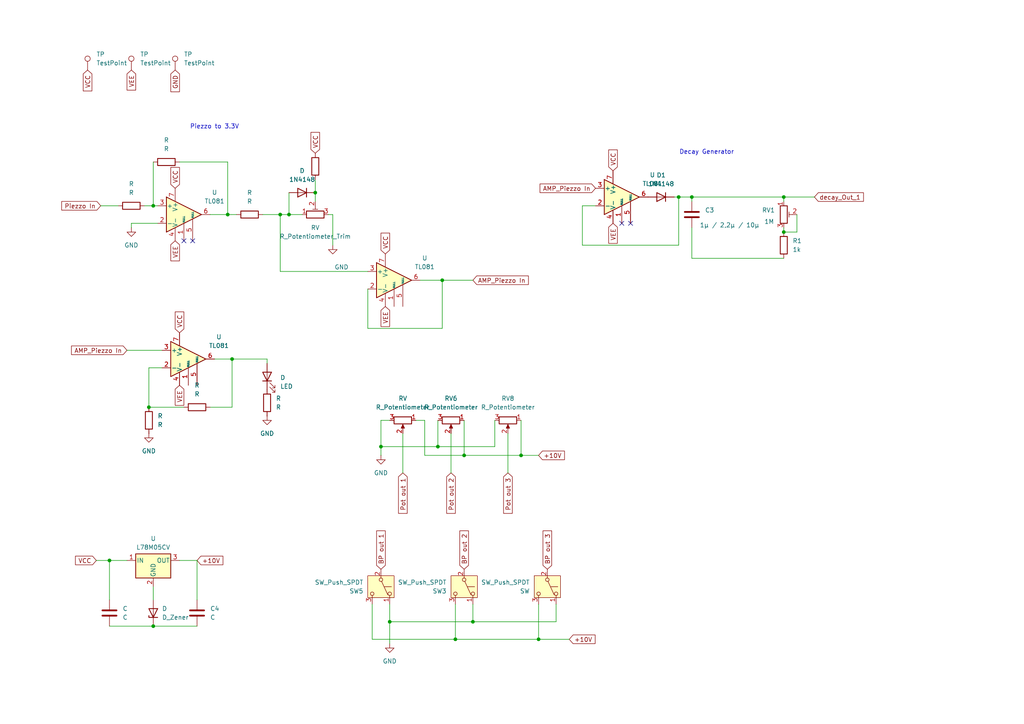
<source format=kicad_sch>
(kicad_sch (version 20250114) (generator "eeschema") (generator_version "9.0")
  (paper "A4")
  (lib_symbols
    (symbol "Amplifier_Operational:TL081" (pin_names (offset 0.127))
      (property "Reference" "U" (at 0 6.35 0))
      (property "Value" "TL081" (at 0 3.81 0))
      (symbol "TL081_0_1"
        (polyline (pts (xy -5.08 5.08) (xy 5.08 0) (xy -5.08 -5.08) (xy -5.08 5.08)) (stroke (width 0.254)) (fill (type background)))
      )
      (symbol "TL081_1_1"
        (pin input line (at -7.62 2.54 0) (length 2.54) (name "+") (number "3"))
        (pin input line (at -7.62 -2.54 0) (length 2.54) (name "-") (number "2"))
        (pin power_in line (at -2.54 7.62 270) (length 3.81) (name "V+") (number "7"))
        (pin power_in line (at -2.54 -7.62 90) (length 3.81) (name "V-") (number "4"))
        (pin no_connect line (at 0 2.54 270) (length 2.54) (hide yes) (name "NC") (number "8"))
        (pin input line (at 0 -7.62 90) (length 5.08) (name "NULL") (number "1"))
        (pin input line (at 2.54 -7.62 90) (length 6.35) (name "NULL") (number "5"))
        (pin output line (at 7.62 0 180) (length 2.54) (name "~") (number "6"))
      )
    )
    (symbol "Connector:TestPoint" (pin_numbers (hide yes)) (pin_names (offset 0.762) (hide yes))
      (property "Reference" "TP" (at 0 6.858 0))
      (property "Value" "TestPoint" (at 0 5.08 0))
      (symbol "TestPoint_0_1"
        (circle (center 0 3.302) (radius 0.762))
      )
      (symbol "TestPoint_1_1"
        (pin passive line (at 0 0 90) (length 2.54) (name "1") (number "1"))
      )
    )
    (symbol "Device:C" (pin_numbers (hide yes)) (pin_names (offset 0.254))
      (property "Reference" "C" (at 0.635 2.54 0))
      (property "Value" "C" (at 0.635 -2.54 0))
      (symbol "C_0_1"
        (polyline (pts (xy -2.032 0.762) (xy 2.032 0.762)) (stroke (width 0.508)))
        (polyline (pts (xy -2.032 -0.762) (xy 2.032 -0.762)) (stroke (width 0.508)))
      )
      (symbol "C_1_1"
        (pin passive line (at 0 3.81 270) (length 2.794) (name "~") (number "1"))
        (pin passive line (at 0 -3.81 90) (length 2.794) (name "~") (number "2"))
      )
    )
    (symbol "Device:D_Zener" (pin_numbers (hide yes)) (pin_names (offset 1.016) (hide yes))
      (property "Reference" "D" (at 0 2.54 0))
      (property "Value" "D_Zener" (at 0 -2.54 0))
      (symbol "D_Zener_0_1"
        (polyline (pts (xy -1.27 -1.27) (xy -1.27 1.27) (xy -0.762 1.27)) (stroke (width 0.254)))
        (polyline (pts (xy 1.27 0) (xy -1.27 0)))
        (polyline (pts (xy 1.27 -1.27) (xy 1.27 1.27) (xy -1.27 0) (xy 1.27 -1.27)) (stroke (width 0.254)))
      )
      (symbol "D_Zener_1_1"
        (pin passive line (at -3.81 0 0) (length 2.54) (name "K") (number "1"))
        (pin passive line (at 3.81 0 180) (length 2.54) (name "A") (number "2"))
      )
    )
    (symbol "Device:LED" (pin_numbers (hide yes)) (pin_names (offset 1.016) (hide yes))
      (property "Reference" "D" (at 0 2.54 0))
      (property "Value" "LED" (at 0 -2.54 0))
      (symbol "LED_0_1"
        (polyline (pts (xy -3.048 -0.762) (xy -4.572 -2.286) (xy -3.81 -2.286) (xy -4.572 -2.286) (xy -4.572 -1.524)))
        (polyline (pts (xy -1.778 -0.762) (xy -3.302 -2.286) (xy -2.54 -2.286) (xy -3.302 -2.286) (xy -3.302 -1.524)))
        (polyline (pts (xy -1.27 0) (xy 1.27 0)))
        (polyline (pts (xy -1.27 -1.27) (xy -1.27 1.27)) (stroke (width 0.254)))
        (polyline (pts (xy 1.27 -1.27) (xy 1.27 1.27) (xy -1.27 0) (xy 1.27 -1.27)) (stroke (width 0.254)))
      )
      (symbol "LED_1_1"
        (pin passive line (at -3.81 0 0) (length 2.54) (name "K") (number "1"))
        (pin passive line (at 3.81 0 180) (length 2.54) (name "A") (number "2"))
      )
    )
    (symbol "Device:R" (pin_numbers (hide yes)) (pin_names (offset 0))
      (property "Reference" "R" (at 2.032 0 90))
      (property "Value" "R" (at 0 0 90))
      (symbol "R_0_1"
        (rectangle (start -1.016 -2.54) (end 1.016 2.54) (stroke (width 0.254)))
      )
      (symbol "R_1_1"
        (pin passive line (at 0 3.81 270) (length 1.27) (name "~") (number "1"))
        (pin passive line (at 0 -3.81 90) (length 1.27) (name "~") (number "2"))
      )
    )
    (symbol "Device:R_Potentiometer" (pin_names (offset 1.016) (hide yes))
      (property "Reference" "RV" (at -4.445 0 90))
      (property "Value" "R_Potentiometer" (at -2.54 0 90))
      (symbol "R_Potentiometer_0_1"
        (rectangle (start 1.016 2.54) (end -1.016 -2.54) (stroke (width 0.254)))
        (polyline (pts (xy 1.143 0) (xy 2.286 0.508) (xy 2.286 -0.508) (xy 1.143 0)) (fill (type outline)))
        (polyline (pts (xy 2.54 0) (xy 1.524 0)))
      )
      (symbol "R_Potentiometer_1_1"
        (pin passive line (at 0 3.81 270) (length 1.27) (name "1") (number "1"))
        (pin passive line (at 0 -3.81 90) (length 1.27) (name "3") (number "3"))
        (pin passive line (at 3.81 0 180) (length 1.27) (name "2") (number "2"))
      )
    )
    (symbol "Device:R_Potentiometer_Trim" (pin_names (offset 1.016) (hide yes))
      (property "Reference" "RV" (at -4.445 0 90))
      (property "Value" "R_Potentiometer_Trim" (at -2.54 0 90))
      (symbol "R_Potentiometer_Trim_0_1"
        (rectangle (start 1.016 2.54) (end -1.016 -2.54) (stroke (width 0.254)))
        (polyline (pts (xy 1.524 0.762) (xy 1.524 -0.762)))
        (polyline (pts (xy 2.54 0) (xy 1.524 0)))
      )
      (symbol "R_Potentiometer_Trim_1_1"
        (pin passive line (at 0 3.81 270) (length 1.27) (name "1") (number "1"))
        (pin passive line (at 0 -3.81 90) (length 1.27) (name "3") (number "3"))
        (pin passive line (at 3.81 0 180) (length 1.27) (name "2") (number "2"))
      )
    )
    (symbol "Diode:1N4148" (pin_numbers (hide yes)) (pin_names (hide yes))
      (property "Reference" "D" (at 0 2.54 0))
      (property "Value" "1N4148" (at 0 -2.54 0))
      (symbol "1N4148_0_1"
        (polyline (pts (xy -1.27 1.27) (xy -1.27 -1.27)) (stroke (width 0.254)))
        (polyline (pts (xy 1.27 1.27) (xy 1.27 -1.27) (xy -1.27 0) (xy 1.27 1.27)) (stroke (width 0.254)))
        (polyline (pts (xy 1.27 0) (xy -1.27 0)))
      )
      (symbol "1N4148_1_1"
        (pin passive line (at -3.81 0 0) (length 2.54) (name "K") (number "1"))
        (pin passive line (at 3.81 0 180) (length 2.54) (name "A") (number "2"))
      )
    )
    (symbol "Regulator_Linear:L7805" (pin_names (offset 0.254))
      (property "Reference" "U" (at -3.81 3.175 0))
      (property "Value" "L7805" (at 0 3.175 0))
      (symbol "L7805_0_1"
        (rectangle (start -5.08 1.905) (end 5.08 -5.08) (stroke (width 0.254)) (fill (type background)))
      )
      (symbol "L7805_1_1"
        (pin power_in line (at -7.62 0 0) (length 2.54) (name "IN") (number "1"))
        (pin power_in line (at 0 -7.62 90) (length 2.54) (name "GND") (number "2"))
        (pin power_out line (at 7.62 0 180) (length 2.54) (name "OUT") (number "3"))
      )
    )
    (symbol "Switch:SW_Push_SPDT" (pin_names (offset 0) (hide yes))
      (property "Reference" "SW" (at 0 5.08 0))
      (property "Value" "SW_Push_SPDT" (at 0 -5.08 0))
      (symbol "SW_Push_SPDT_0_0"
        (circle (center -2.032 0) (radius 0.508))
        (polyline (pts (xy 0 1.016) (xy 0 3.048)))
        (circle (center 2.032 -2.54) (radius 0.508))
      )
      (symbol "SW_Push_SPDT_0_1"
        (polyline (pts (xy -1.524 0.2032) (xy 2.3368 1.9812)))
        (circle (center 2.032 2.54) (radius 0.508))
      )
      (symbol "SW_Push_SPDT_1_1"
        (rectangle (start -3.175 3.81) (end 3.175 -3.81) (fill (type background)))
        (pin passive line (at -5.08 0 0) (length 2.54) (name "B") (number "2"))
        (pin passive line (at 5.08 2.54 180) (length 2.54) (name "A") (number "1"))
        (pin passive line (at 5.08 -2.54 180) (length 2.54) (name "C") (number "3"))
      )
    )
    (symbol "power:GND" (power) (pin_numbers (hide yes)) (pin_names (offset 0) (hide yes))
      (property "Value" "GND" (at 0 -3.81 0))
      (symbol "GND_0_1"
        (polyline (pts (xy 0 0) (xy 0 -1.27) (xy 1.27 -1.27) (xy 0 -2.54) (xy -1.27 -1.27) (xy 0 -1.27)))
      )
      (symbol "GND_1_1"
        (pin power_in line (at 0 0 270) (length 0) (name "~") (number "1"))
      )
    )
  )
  (text "Piezzo to 3.3V\n" (at 62.23 36.83 0) (effects (font (size 1.27 1.27))))
  (text "Decay Generator\n" (at 204.978 44.196 0) (effects (font (size 1.27 1.27))))
  (junction (at 83.82 62.23))
  (junction (at 113.03 180.34))
  (junction (at 200.66 57.15))
  (junction (at 81.28 62.23))
  (junction (at 156.21 185.42))
  (junction (at 227.33 67.31))
  (junction (at 151.13 132.08))
  (junction (at 43.18 118.11))
  (junction (at 66.04 62.23))
  (junction (at 128.27 81.28))
  (junction (at 44.45 181.61))
  (junction (at 196.85 57.15))
  (junction (at 137.16 180.34))
  (junction (at 134.62 132.08))
  (junction (at 132.08 185.42))
  (junction (at 127 129.54))
  (junction (at 31.75 162.56))
  (junction (at 67.31 104.14))
  (junction (at 91.44 55.88))
  (junction (at 227.33 57.15))
  (junction (at 110.49 129.54))
  (junction (at 44.45 59.69))
  (no_connect (at 53.34 69.85))
  (no_connect (at 180.34 64.77))
  (no_connect (at 182.88 64.77))
  (no_connect (at 55.88 69.85))
  (wire (pts (xy 81.28 78.74) (xy 106.68 78.74)))
  (wire (pts (xy 91.44 52.07) (xy 91.44 55.88)))
  (wire (pts (xy 196.85 71.12) (xy 168.91 71.12)))
  (wire (pts (xy 67.31 104.14) (xy 62.23 104.14)))
  (wire (pts (xy 76.2 62.23) (xy 81.28 62.23)))
  (wire (pts (xy 60.96 62.23) (xy 66.04 62.23)))
  (wire (pts (xy 81.28 62.23) (xy 81.28 78.74)))
  (wire (pts (xy 151.13 121.92) (xy 151.13 132.08)))
  (wire (pts (xy 29.21 59.69) (xy 34.29 59.69)))
  (wire (pts (xy 120.65 121.92) (xy 123.19 121.92)))
  (wire (pts (xy 143.51 129.54) (xy 127 129.54)))
  (wire (pts (xy 168.91 71.12) (xy 168.91 59.69)))
  (wire (pts (xy 123.19 121.92) (xy 123.19 132.08)))
  (wire (pts (xy 107.95 185.42) (xy 132.08 185.42)))
  (wire (pts (xy 227.33 66.04) (xy 227.33 67.31)))
  (wire (pts (xy 77.47 104.14) (xy 77.47 105.41)))
  (wire (pts (xy 96.52 62.23) (xy 96.52 71.12)))
  (wire (pts (xy 44.45 181.61) (xy 57.15 181.61)))
  (wire (pts (xy 60.96 118.11) (xy 67.31 118.11)))
  (wire (pts (xy 44.45 59.69) (xy 45.72 59.69)))
  (wire (pts (xy 137.16 175.26) (xy 137.16 180.34)))
  (wire (pts (xy 43.18 118.11) (xy 53.34 118.11)))
  (wire (pts (xy 128.27 95.25) (xy 128.27 81.28)))
  (wire (pts (xy 200.66 57.15) (xy 200.66 58.42)))
  (wire (pts (xy 227.33 57.15) (xy 227.33 58.42)))
  (wire (pts (xy 123.19 132.08) (xy 134.62 132.08)))
  (wire (pts (xy 52.07 46.99) (xy 66.04 46.99)))
  (wire (pts (xy 31.75 162.56) (xy 36.83 162.56)))
  (wire (pts (xy 110.49 121.92) (xy 110.49 129.54)))
  (wire (pts (xy 137.16 180.34) (xy 113.03 180.34)))
  (wire (pts (xy 110.49 129.54) (xy 110.49 132.08)))
  (wire (pts (xy 113.03 180.34) (xy 113.03 186.69)))
  (wire (pts (xy 83.82 55.88) (xy 83.82 62.23)))
  (wire (pts (xy 66.04 62.23) (xy 68.58 62.23)))
  (wire (pts (xy 31.75 181.61) (xy 44.45 181.61)))
  (wire (pts (xy 83.82 62.23) (xy 87.63 62.23)))
  (wire (pts (xy 106.68 95.25) (xy 128.27 95.25)))
  (wire (pts (xy 106.68 83.82) (xy 106.68 95.25)))
  (wire (pts (xy 67.31 104.14) (xy 77.47 104.14)))
  (wire (pts (xy 91.44 55.88) (xy 91.44 58.42)))
  (wire (pts (xy 110.49 121.92) (xy 113.03 121.92)))
  (wire (pts (xy 107.95 175.26) (xy 107.95 185.42)))
  (wire (pts (xy 27.94 162.56) (xy 31.75 162.56)))
  (wire (pts (xy 200.66 66.04) (xy 200.66 74.93)))
  (wire (pts (xy 31.75 162.56) (xy 31.75 173.99)))
  (wire (pts (xy 168.91 59.69) (xy 172.72 59.69)))
  (wire (pts (xy 231.14 67.31) (xy 227.33 67.31)))
  (wire (pts (xy 44.45 59.69) (xy 44.45 46.99)))
  (wire (pts (xy 161.29 175.26) (xy 161.29 180.34)))
  (wire (pts (xy 44.45 170.18) (xy 44.45 173.99)))
  (wire (pts (xy 156.21 175.26) (xy 156.21 185.42)))
  (wire (pts (xy 130.81 125.73) (xy 130.81 137.16)))
  (wire (pts (xy 67.31 118.11) (xy 67.31 104.14)))
  (wire (pts (xy 57.15 162.56) (xy 57.15 173.99)))
  (wire (pts (xy 200.66 57.15) (xy 227.33 57.15)))
  (wire (pts (xy 161.29 180.34) (xy 137.16 180.34)))
  (wire (pts (xy 134.62 132.08) (xy 151.13 132.08)))
  (wire (pts (xy 134.62 121.92) (xy 134.62 132.08)))
  (wire (pts (xy 195.58 57.15) (xy 196.85 57.15)))
  (wire (pts (xy 227.33 57.15) (xy 236.22 57.15)))
  (wire (pts (xy 66.04 46.99) (xy 66.04 62.23)))
  (wire (pts (xy 143.51 121.92) (xy 143.51 129.54)))
  (wire (pts (xy 231.14 62.23) (xy 231.14 67.31)))
  (wire (pts (xy 200.66 74.93) (xy 227.33 74.93)))
  (wire (pts (xy 95.25 62.23) (xy 96.52 62.23)))
  (wire (pts (xy 196.85 57.15) (xy 196.85 71.12)))
  (wire (pts (xy 43.18 106.68) (xy 46.99 106.68)))
  (wire (pts (xy 113.03 175.26) (xy 113.03 180.34)))
  (wire (pts (xy 116.84 125.73) (xy 116.84 137.16)))
  (wire (pts (xy 81.28 62.23) (xy 83.82 62.23)))
  (wire (pts (xy 151.13 132.08) (xy 156.21 132.08)))
  (wire (pts (xy 45.72 64.77) (xy 38.1 64.77)))
  (wire (pts (xy 41.91 59.69) (xy 44.45 59.69)))
  (wire (pts (xy 132.08 175.26) (xy 132.08 185.42)))
  (wire (pts (xy 121.92 81.28) (xy 128.27 81.28)))
  (wire (pts (xy 156.21 185.42) (xy 165.1 185.42)))
  (wire (pts (xy 132.08 185.42) (xy 156.21 185.42)))
  (wire (pts (xy 196.85 57.15) (xy 200.66 57.15)))
  (wire (pts (xy 38.1 64.77) (xy 38.1 66.04)))
  (wire (pts (xy 43.18 118.11) (xy 43.18 106.68)))
  (wire (pts (xy 110.49 129.54) (xy 127 129.54)))
  (wire (pts (xy 128.27 81.28) (xy 137.16 81.28)))
  (wire (pts (xy 147.32 125.73) (xy 147.32 137.16)))
  (wire (pts (xy 36.83 101.6) (xy 46.99 101.6)))
  (wire (pts (xy 127 121.92) (xy 127 129.54)))
  (wire (pts (xy 52.07 162.56) (xy 57.15 162.56)))
  (global_label "AMP_Piezzo In" (shape input) (at 137.16 81.28 0) (property "Intersheetrefs" "${INTERSHEET_REFS}" (effects (hide yes))))
  (global_label "VEE" (shape input) (at 111.76 88.9 270) (property "Intersheetrefs" "${INTERSHEET_REFS}" (effects (hide yes))))
  (global_label "VEE" (shape input) (at 177.8 64.77 270) (property "Intersheetrefs" "${INTERSHEET_REFS}" (effects (hide yes))))
  (global_label "VCC" (shape input) (at 52.07 96.52 90) (property "Intersheetrefs" "${INTERSHEET_REFS}" (effects (hide yes))))
  (global_label "Pot out 3" (shape input) (at 147.32 137.16 270) (property "Intersheetrefs" "${INTERSHEET_REFS}" (effects (hide yes))))
  (global_label "AMP_Piezzo In" (shape input) (at 172.72 54.61 180) (property "Intersheetrefs" "${INTERSHEET_REFS}" (effects (hide yes))))
  (global_label "BP out 1" (shape input) (at 110.49 165.1 90) (property "Intersheetrefs" "${INTERSHEET_REFS}" (effects (hide yes))))
  (global_label "VCC" (shape input) (at 91.44 44.45 90) (property "Intersheetrefs" "${INTERSHEET_REFS}" (effects (hide yes))))
  (global_label "AMP_Piezzo In" (shape input) (at 36.83 101.6 180) (property "Intersheetrefs" "${INTERSHEET_REFS}" (effects (hide yes))))
  (global_label "decay_Out_1" (shape input) (at 236.22 57.15 0) (property "Intersheetrefs" "${INTERSHEET_REFS}" (effects (hide yes))))
  (global_label "BP out 2" (shape input) (at 134.62 165.1 90) (property "Intersheetrefs" "${INTERSHEET_REFS}" (effects (hide yes))))
  (global_label "GND" (shape input) (at 50.8 20.32 270) (property "Intersheetrefs" "${INTERSHEET_REFS}" (effects (hide yes))))
  (global_label "VCC" (shape input) (at 111.76 73.66 90) (property "Intersheetrefs" "${INTERSHEET_REFS}" (effects (hide yes))))
  (global_label "VEE" (shape input) (at 52.07 111.76 270) (property "Intersheetrefs" "${INTERSHEET_REFS}" (effects (hide yes))))
  (global_label "VCC" (shape input) (at 27.94 162.56 180) (property "Intersheetrefs" "${INTERSHEET_REFS}" (effects (hide yes))))
  (global_label "+10V" (shape input) (at 165.1 185.42 0) (property "Intersheetrefs" "${INTERSHEET_REFS}" (effects (hide yes))))
  (global_label "Piezzo In" (shape input) (at 29.21 59.69 180) (property "Intersheetrefs" "${INTERSHEET_REFS}" (effects (hide yes))))
  (global_label "VCC" (shape input) (at 25.4 20.32 270) (property "Intersheetrefs" "${INTERSHEET_REFS}" (effects (hide yes))))
  (global_label "VEE" (shape input) (at 38.1 20.32 270) (property "Intersheetrefs" "${INTERSHEET_REFS}" (effects (hide yes))))
  (global_label "+10V" (shape input) (at 156.21 132.08 0) (property "Intersheetrefs" "${INTERSHEET_REFS}" (effects (hide yes))))
  (global_label "VCC" (shape input) (at 50.8 54.61 90) (property "Intersheetrefs" "${INTERSHEET_REFS}" (effects (hide yes))))
  (global_label "VCC" (shape input) (at 177.8 49.53 90) (property "Intersheetrefs" "${INTERSHEET_REFS}" (effects (hide yes))))
  (global_label "+10V" (shape input) (at 57.15 162.56 0) (property "Intersheetrefs" "${INTERSHEET_REFS}" (effects (hide yes))))
  (global_label "Pot out 1" (shape input) (at 116.84 137.16 270) (property "Intersheetrefs" "${INTERSHEET_REFS}" (effects (hide yes))))
  (global_label "BP out 3" (shape input) (at 158.75 165.1 90) (property "Intersheetrefs" "${INTERSHEET_REFS}" (effects (hide yes))))
  (global_label "Pot out 2" (shape input) (at 130.81 137.16 270) (property "Intersheetrefs" "${INTERSHEET_REFS}" (effects (hide yes))))
  (global_label "VEE" (shape input) (at 50.8 69.85 270) (property "Intersheetrefs" "${INTERSHEET_REFS}" (effects (hide yes))))
  (symbol (lib_id "Device:R") (at 77.47 116.84 0) (unit 1)
    (property "Reference" "R" (at 80.01 115.5699 0) (effects (justify left)))
    (property "Value" "R" (at 80.01 118.1099 0) (effects (justify left)))
    (property "Description" "Resistor" (effects (hide yes)))
  )
  (symbol (lib_id "Device:R_Potentiometer_Trim") (at 227.33 62.23 0) (unit 1)
    (property "Reference" "RV1" (at 224.79 60.9599 0) (effects (justify right)))
    (property "Value" "1M" (at 224.536 64.262 0) (effects (justify right)))
    (property "Footprint" "Resistor_THT:R_Axial_DIN0204_L3.6mm_D1.6mm_P1.90mm_Vertical" (effects (hide yes)))
    (property "Description" "Trim-potentiometer" (effects (hide yes)))
  )
  (symbol (lib_id "power:GND") (at 96.52 71.12 0) (unit 1)
    (property "Reference" "#PWR" (effects (hide yes)))
    (property "Value" "GND" (at 99.06 77.47 0))
    (property "Description" "Power symbol creates a global label with name \"GND\" , ground" (effects (hide yes)))
  )
  (symbol (lib_id "Device:C") (at 200.66 62.23 0) (unit 1)
    (property "Reference" "C3" (at 204.47 60.9599 0) (effects (justify left)))
    (property "Value" "1µ / 2,2µ / 10µ" (at 202.946 65.278 0) (effects (justify left)))
    (property "Footprint" "Capacitor_THT:C_Axial_L3.8mm_D2.6mm_P7.50mm_Horizontal" (effects (hide yes)))
    (property "Description" "Unpolarized capacitor" (effects (hide yes)))
  )
  (symbol (lib_id "Device:C") (at 31.75 177.8 0) (unit 1)
    (property "Reference" "C" (at 35.56 176.5299 0) (effects (justify left)))
    (property "Value" "C" (at 35.56 179.0699 0) (effects (justify left)))
    (property "Description" "Unpolarized capacitor" (effects (hide yes)))
  )
  (symbol (lib_id "Amplifier_Operational:TL081") (at 53.34 62.23 0) (unit 1)
    (property "Reference" "U" (at 62.23 55.8098 0))
    (property "Value" "TL081" (at 62.23 58.3498 0))
    (property "Datasheet" "http://www.ti.com/lit/ds/symlink/tl081.pdf" (effects (hide yes)))
    (property "Description" "Single JFET-Input Operational Amplifiers, DIP-8/SOIC-8" (effects (hide yes)))
  )
  (symbol (lib_id "power:GND") (at 43.18 125.73 0) (unit 1)
    (property "Reference" "#PWR" (effects (hide yes)))
    (property "Value" "GND" (at 43.18 130.81 0))
    (property "Description" "Power symbol creates a global label with name \"GND\" , ground" (effects (hide yes)))
  )
  (symbol (lib_id "Connector:TestPoint") (at 25.4 20.32 0) (unit 1)
    (property "Reference" "TP" (at 27.94 15.7479 0) (effects (justify left)))
    (property "Value" "TestPoint" (at 27.94 18.2879 0) (effects (justify left)))
    (property "Description" "test point" (effects (hide yes)))
  )
  (symbol (lib_id "Connector:TestPoint") (at 50.8 20.32 0) (unit 1)
    (property "Reference" "TP" (at 53.34 15.7479 0) (effects (justify left)))
    (property "Value" "TestPoint" (at 53.34 18.2879 0) (effects (justify left)))
    (property "Description" "test point" (effects (hide yes)))
  )
  (symbol (lib_id "Connector:TestPoint") (at 38.1 20.32 0) (unit 1)
    (property "Reference" "TP" (at 40.64 15.7479 0) (effects (justify left)))
    (property "Value" "TestPoint" (at 40.64 18.2879 0) (effects (justify left)))
    (property "Description" "test point" (effects (hide yes)))
  )
  (symbol (lib_id "Device:D_Zener") (at 44.45 177.8 90) (unit 1)
    (property "Reference" "D" (at 46.99 176.5299 90) (effects (justify right)))
    (property "Value" "D_Zener" (at 46.99 179.0699 90) (effects (justify right)))
    (property "Description" "Zener diode" (effects (hide yes)))
  )
  (symbol (lib_id "Device:R_Potentiometer") (at 116.84 121.92 270) (unit 1)
    (property "Reference" "RV" (at 116.84 115.57 90))
    (property "Value" "R_Potentiometer" (at 116.84 118.11 90))
    (property "Description" "Potentiometer" (effects (hide yes)))
  )
  (symbol (lib_id "power:GND") (at 38.1 66.04 0) (unit 1)
    (property "Reference" "#PWR" (effects (hide yes)))
    (property "Value" "GND" (at 38.1 71.12 0))
    (property "Description" "Power symbol creates a global label with name \"GND\" , ground" (effects (hide yes)))
  )
  (symbol (lib_id "Switch:SW_Push_SPDT") (at 158.75 170.18 270) (unit 1)
    (property "Reference" "SW" (at 153.67 171.4501 90) (effects (justify right)))
    (property "Value" "SW_Push_SPDT" (at 153.67 168.9101 90) (effects (justify right)))
    (property "Description" "Momentary Switch, single pole double throw" (effects (hide yes)))
  )
  (symbol (lib_id "Device:R") (at 57.15 118.11 270) (unit 1)
    (property "Reference" "R" (at 57.15 111.76 90))
    (property "Value" "R" (at 57.15 114.3 90))
    (property "Description" "Resistor" (effects (hide yes)))
  )
  (symbol (lib_id "Device:LED") (at 77.47 109.22 90) (unit 1)
    (property "Reference" "D" (at 81.28 109.5374 90) (effects (justify right)))
    (property "Value" "LED" (at 81.28 112.0774 90) (effects (justify right)))
    (property "Description" "Light emitting diode" (effects (hide yes)))
    (property "Sim.Pins" "1=K 2=A" (effects (hide yes)))
  )
  (symbol (lib_id "Device:R") (at 227.33 71.12 0) (unit 1)
    (property "Reference" "R1" (at 229.87 69.8499 0) (effects (justify left)))
    (property "Value" "1k" (at 229.87 72.3899 0) (effects (justify left)))
    (property "Footprint" "Resistor_THT:R_Axial_DIN0204_L3.6mm_D1.6mm_P5.08mm_Horizontal" (effects (hide yes)))
    (property "Description" "Resistor" (effects (hide yes)))
  )
  (symbol (lib_id "power:GND") (at 110.49 132.08 0) (unit 1)
    (property "Reference" "#PWR09" (effects (hide yes)))
    (property "Value" "GND" (at 110.49 137.16 0))
    (property "Description" "Power symbol creates a global label with name \"GND\" , ground" (effects (hide yes)))
    (instances (project "JCEC" (path "" (reference "#PWR09") (unit 1)) (path "" (reference "#PWR010") (unit 1))))
  )
  (symbol (lib_id "Device:R") (at 38.1 59.69 90) (unit 1)
    (property "Reference" "R" (at 38.1 53.34 90))
    (property "Value" "R" (at 38.1 55.88 90))
    (property "Description" "Resistor" (effects (hide yes)))
  )
  (symbol (lib_id "Device:R") (at 48.26 46.99 90) (unit 1)
    (property "Reference" "R" (at 48.26 40.64 90))
    (property "Value" "R" (at 48.26 43.18 90))
    (property "Description" "Resistor" (effects (hide yes)))
  )
  (symbol (lib_id "Switch:SW_Push_SPDT") (at 134.62 170.18 270) (unit 1)
    (property "Reference" "SW3" (at 129.54 171.4501 90) (effects (justify right)))
    (property "Value" "SW_Push_SPDT" (at 129.54 168.9101 90) (effects (justify right)))
    (property "Description" "Momentary Switch, single pole double throw" (effects (hide yes)))
    (instances (project "JCEC" (path "" (reference "SW3") (unit 1)) (path "" (reference "SW4") (unit 1))))
  )
  (symbol (lib_id "Device:R_Potentiometer_Trim") (at 91.44 62.23 90) (unit 1)
    (property "Reference" "RV" (at 91.44 66.04 90))
    (property "Value" "R_Potentiometer_Trim" (at 91.44 68.58 90))
    (property "Description" "Trim-potentiometer" (effects (hide yes)))
  )
  (symbol (lib_id "power:GND") (at 113.03 186.69 0) (unit 1)
    (property "Reference" "#PWR011" (effects (hide yes)))
    (property "Value" "GND" (at 113.03 191.77 0))
    (property "Description" "Power symbol creates a global label with name \"GND\" , ground" (effects (hide yes)))
    (instances (project "JCEC" (path "" (reference "#PWR011") (unit 1)) (path "" (reference "#PWR012") (unit 1))))
  )
  (symbol (lib_id "Diode:1N4148") (at 191.77 57.15 180) (unit 1)
    (property "Reference" "D1" (at 191.77 50.8 0))
    (property "Value" "1N4148" (at 191.77 53.34 0))
    (property "Footprint" "Diode_THT:D_DO-35_SOD27_P7.62mm_Horizontal" (effects (hide yes)))
    (property "Datasheet" "https://assets.nexperia.com/documents/data-sheet/1N4148_1N4448.pdf" (effects (hide yes)))
    (property "Description" "100V 0.15A standard switching diode, DO-35" (effects (hide yes)))
    (property "Sim.Device" "D" (effects (hide yes)))
    (property "Sim.Pins" "1=K 2=A" (effects (hide yes)))
  )
  (symbol (lib_id "Switch:SW_Push_SPDT") (at 110.49 170.18 270) (unit 1)
    (property "Reference" "SW5" (at 105.41 171.4501 90) (effects (justify right)))
    (property "Value" "SW_Push_SPDT" (at 105.41 168.9101 90) (effects (justify right)))
    (property "Description" "Momentary Switch, single pole double throw" (effects (hide yes)))
    (instances (project "JCEC" (path "" (reference "SW5") (unit 1)) (path "" (reference "SW6") (unit 1))))
  )
  (symbol (lib_id "Amplifier_Operational:TL081") (at 114.3 81.28 0) (unit 1)
    (property "Reference" "U" (at 123.19 74.8598 0))
    (property "Value" "TL081" (at 123.19 77.3998 0))
    (property "Datasheet" "http://www.ti.com/lit/ds/symlink/tl081.pdf" (effects (hide yes)))
    (property "Description" "Single JFET-Input Operational Amplifiers, DIP-8/SOIC-8" (effects (hide yes)))
  )
  (symbol (lib_id "Device:R") (at 91.44 48.26 180) (unit 1)
    (property "Reference" "R" (effects (hide yes)))
    (property "Value" "R" (effects (hide yes)))
    (property "Description" "Resistor" (effects (hide yes)))
  )
  (symbol (lib_id "Device:R") (at 72.39 62.23 90) (unit 1)
    (property "Reference" "R" (at 72.39 55.88 90))
    (property "Value" "R" (at 72.39 58.42 90))
    (property "Description" "Resistor" (effects (hide yes)))
  )
  (symbol (lib_id "Amplifier_Operational:TL081") (at 54.61 104.14 0) (unit 1)
    (property "Reference" "U" (at 63.5 97.7198 0))
    (property "Value" "TL081" (at 63.5 100.2598 0))
    (property "Datasheet" "http://www.ti.com/lit/ds/symlink/tl081.pdf" (effects (hide yes)))
    (property "Description" "Single JFET-Input Operational Amplifiers, DIP-8/SOIC-8" (effects (hide yes)))
  )
  (symbol (lib_id "Device:R") (at 43.18 121.92 0) (unit 1)
    (property "Reference" "R" (at 45.72 120.6499 0) (effects (justify left)))
    (property "Value" "R" (at 45.72 123.1899 0) (effects (justify left)))
    (property "Description" "Resistor" (effects (hide yes)))
  )
  (symbol (lib_id "Diode:1N4148") (at 87.63 55.88 180) (unit 1)
    (property "Reference" "D" (at 87.63 49.53 0))
    (property "Value" "1N4148" (at 87.63 52.07 0))
    (property "Footprint" "Diode_THT:D_DO-35_SOD27_P7.62mm_Horizontal" (effects (hide yes)))
    (property "Datasheet" "https://assets.nexperia.com/documents/data-sheet/1N4148_1N4448.pdf" (effects (hide yes)))
    (property "Description" "100V 0.15A standard switching diode, DO-35" (effects (hide yes)))
    (property "Sim.Device" "D" (effects (hide yes)))
    (property "Sim.Pins" "1=K 2=A" (effects (hide yes)))
  )
  (symbol (lib_id "Device:R_Potentiometer") (at 147.32 121.92 270) (unit 1)
    (property "Reference" "RV8" (at 147.32 115.57 90))
    (property "Value" "R_Potentiometer" (at 147.32 118.11 90))
    (property "Description" "Potentiometer" (effects (hide yes)))
    (instances (project "JCEC" (path "" (reference "RV8") (unit 1)) (path "" (reference "RV9") (unit 1))))
  )
  (symbol (lib_id "Amplifier_Operational:TL081") (at 180.34 57.15 0) (unit 1)
    (property "Reference" "U" (at 189.23 50.7298 0))
    (property "Value" "TL081" (at 189.23 53.2698 0))
    (property "Datasheet" "http://www.ti.com/lit/ds/symlink/tl081.pdf" (effects (hide yes)))
    (property "Description" "Single JFET-Input Operational Amplifiers, DIP-8/SOIC-8" (effects (hide yes)))
  )
  (symbol (lib_id "power:GND") (at 77.47 120.65 0) (unit 1)
    (property "Reference" "#PWR07" (effects (hide yes)))
    (property "Value" "GND" (at 77.47 125.73 0))
    (property "Description" "Power symbol creates a global label with name \"GND\" , ground" (effects (hide yes)))
    (instances (project "JCEC" (path "" (reference "#PWR07") (unit 1)) (path "" (reference "#PWR08") (unit 1))))
  )
  (symbol (lib_id "Device:R_Potentiometer") (at 130.81 121.92 270) (unit 1)
    (property "Reference" "RV6" (at 130.81 115.57 90))
    (property "Value" "R_Potentiometer" (at 130.81 118.11 90))
    (property "Description" "Potentiometer" (effects (hide yes)))
    (instances (project "JCEC" (path "" (reference "RV6") (unit 1)) (path "" (reference "RV7") (unit 1))))
  )
  (symbol (lib_id "Device:C") (at 57.15 177.8 0) (unit 1)
    (property "Reference" "C4" (at 60.96 176.5299 0) (effects (justify left)))
    (property "Value" "C" (at 60.96 179.0699 0) (effects (justify left)))
    (property "Description" "Unpolarized capacitor" (effects (hide yes)))
    (instances (project "JCEC" (path "" (reference "C4") (unit 1)) (path "" (reference "C5") (unit 1))))
  )
  (symbol (lib_id "Regulator_Linear:L7805") (at 44.45 162.56 0) (unit 1)
    (property "Reference" "U" (at 44.45 156.21 0))
    (property "Value" "L78M05CV" (at 44.45 158.75 0))
    (property "Datasheet" "http://www.st.com/content/ccc/resource/technical/document/datasheet/41/4f/b3/b0/12/d4/47/88/CD00000444.pdf/files/CD00000444.pdf/jcr:content/translations/en.CD00000444.pdf" (effects (hide yes)))
    (property "Description" "Positive 1.5A 35V Linear Regulator, Fixed Output 5V, TO-220/TO-263/TO-252" (effects (hide yes)))
  )
)
</source>
